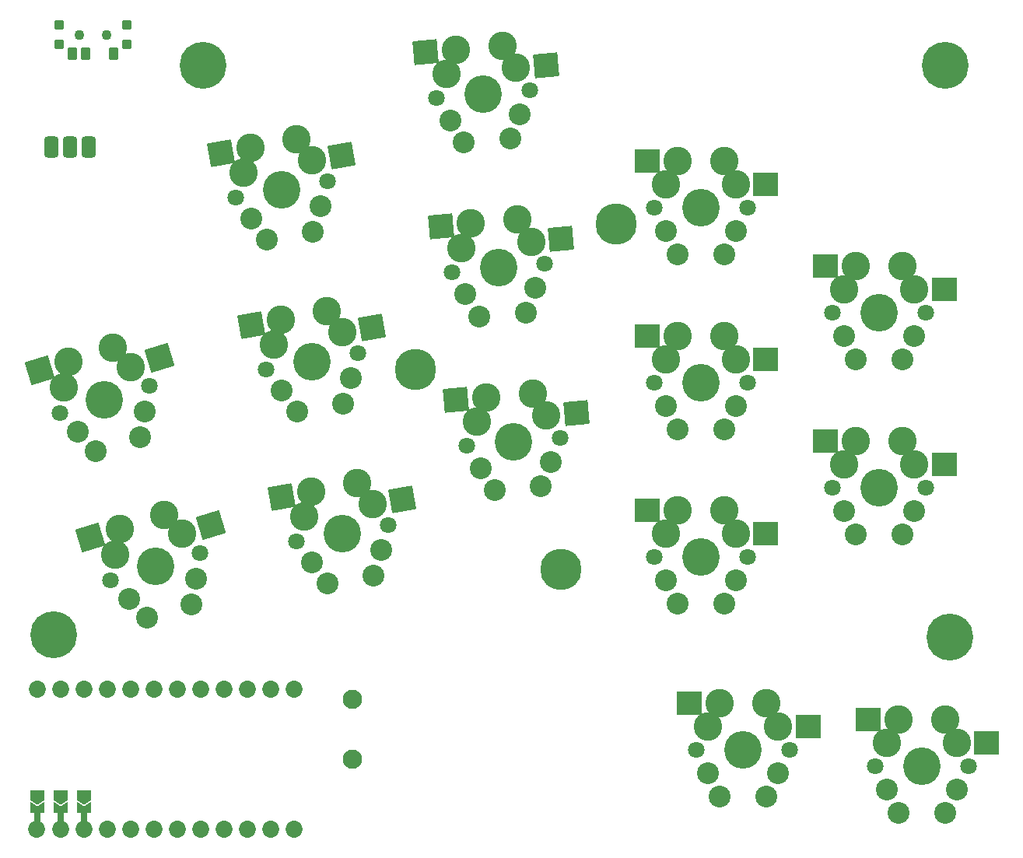
<source format=gbr>
%TF.GenerationSoftware,KiCad,Pcbnew,(6.0.7-1)-1*%
%TF.CreationDate,2022-08-15T15:56:19+02:00*%
%TF.ProjectId,wizza,77697a7a-612e-46b6-9963-61645f706362,v1.0.0*%
%TF.SameCoordinates,Original*%
%TF.FileFunction,Soldermask,Top*%
%TF.FilePolarity,Negative*%
%FSLAX46Y46*%
G04 Gerber Fmt 4.6, Leading zero omitted, Abs format (unit mm)*
G04 Created by KiCad (PCBNEW (6.0.7-1)-1) date 2022-08-15 15:56:19*
%MOMM*%
%LPD*%
G01*
G04 APERTURE LIST*
G04 Aperture macros list*
%AMRoundRect*
0 Rectangle with rounded corners*
0 $1 Rounding radius*
0 $2 $3 $4 $5 $6 $7 $8 $9 X,Y pos of 4 corners*
0 Add a 4 corners polygon primitive as box body*
4,1,4,$2,$3,$4,$5,$6,$7,$8,$9,$2,$3,0*
0 Add four circle primitives for the rounded corners*
1,1,$1+$1,$2,$3*
1,1,$1+$1,$4,$5*
1,1,$1+$1,$6,$7*
1,1,$1+$1,$8,$9*
0 Add four rect primitives between the rounded corners*
20,1,$1+$1,$2,$3,$4,$5,0*
20,1,$1+$1,$4,$5,$6,$7,0*
20,1,$1+$1,$6,$7,$8,$9,0*
20,1,$1+$1,$8,$9,$2,$3,0*%
%AMFreePoly0*
4,1,16,0.535355,0.785355,0.550000,0.750000,0.550000,-0.750000,0.535355,-0.785355,0.500000,-0.800000,-0.650000,-0.800000,-0.685355,-0.785355,-0.700000,-0.750000,-0.691603,-0.722265,-0.210093,0.000000,-0.691603,0.722265,-0.699029,0.759806,-0.677735,0.791603,-0.650000,0.800000,0.500000,0.800000,0.535355,0.785355,0.535355,0.785355,$1*%
%AMFreePoly1*
4,1,16,0.535355,0.785355,0.541603,0.777735,1.041603,0.027735,1.049029,-0.009806,1.041603,-0.027735,0.541603,-0.777735,0.509806,-0.799029,0.500000,-0.800000,-0.500000,-0.800000,-0.535355,-0.785355,-0.550000,-0.750000,-0.550000,0.750000,-0.535355,0.785355,-0.500000,0.800000,0.500000,0.800000,0.535355,0.785355,0.535355,0.785355,$1*%
G04 Aperture macros list end*
%ADD10C,4.087800*%
%ADD11C,1.801800*%
%ADD12C,3.100000*%
%ADD13RoundRect,0.050000X-1.161204X-1.356367X1.379093X-1.134120X1.161204X1.356367X-1.379093X1.134120X0*%
%ADD14C,2.386000*%
%ADD15RoundRect,0.050000X-1.038570X-1.452411X1.472690X-1.009608X1.038570X1.452411X-1.472690X1.009608X0*%
%ADD16RoundRect,0.050000X-0.250000X-0.762000X0.250000X-0.762000X0.250000X0.762000X-0.250000X0.762000X0*%
%ADD17C,1.852600*%
%ADD18FreePoly0,270.000000*%
%ADD19FreePoly1,270.000000*%
%ADD20C,4.500000*%
%ADD21RoundRect,0.050000X-0.853824X-1.568155X1.584753X-0.822607X0.853824X1.568155X-1.584753X0.822607X0*%
%ADD22C,5.100000*%
%ADD23RoundRect,0.050000X-1.275000X-1.250000X1.275000X-1.250000X1.275000X1.250000X-1.275000X1.250000X0*%
%ADD24C,1.100000*%
%ADD25RoundRect,0.425000X-0.375000X-0.750000X0.375000X-0.750000X0.375000X0.750000X-0.375000X0.750000X0*%
%ADD26C,2.100000*%
%ADD27RoundRect,0.050000X-0.450000X-0.450000X0.450000X-0.450000X0.450000X0.450000X-0.450000X0.450000X0*%
%ADD28RoundRect,0.050000X-0.450000X-0.625000X0.450000X-0.625000X0.450000X0.625000X-0.450000X0.625000X0*%
G04 APERTURE END LIST*
D10*
%TO.C,S7*%
X249090824Y-84505717D03*
D11*
X254151493Y-84062966D03*
D12*
X245073947Y-82307446D03*
D10*
X249090824Y-84505717D03*
D11*
X244030155Y-84948468D03*
D12*
X252664950Y-81643319D03*
D11*
X254151493Y-84062966D03*
D12*
X246117738Y-79666424D03*
X251178407Y-79223672D03*
D11*
X244030155Y-84948468D03*
D13*
X255927488Y-81357884D03*
D14*
X252063910Y-89345010D03*
X247003241Y-89787762D03*
X253107701Y-86703988D03*
D13*
X242828303Y-79954212D03*
D14*
X245516698Y-87368115D03*
%TD*%
D11*
%TO.C,S8*%
X242374196Y-66020769D03*
D12*
X249522448Y-60295973D03*
D10*
X247434865Y-65578018D03*
D12*
X244461779Y-60738725D03*
D10*
X247434865Y-65578018D03*
D11*
X252495534Y-65135267D03*
X242374196Y-66020769D03*
D12*
X251008991Y-62715620D03*
D11*
X252495534Y-65135267D03*
D12*
X243417988Y-63379747D03*
D13*
X254271529Y-62430185D03*
D14*
X250407951Y-70417311D03*
X245347282Y-70860063D03*
D13*
X241172344Y-61026513D03*
D14*
X243860739Y-68440416D03*
X251451742Y-67776289D03*
%TD*%
D11*
%TO.C,S4*%
X223823598Y-95570630D03*
X223823598Y-95570630D03*
D12*
X225442877Y-90126740D03*
D11*
X233829244Y-93806364D03*
X233829244Y-93806364D03*
D12*
X230445700Y-89244607D03*
X232137472Y-91525486D03*
X224633237Y-92848685D03*
D10*
X228826421Y-94688497D03*
X228826421Y-94688497D03*
D14*
X232209965Y-99250254D03*
X227207142Y-100132387D03*
D15*
X235362718Y-90956788D03*
X222191041Y-90700126D03*
D14*
X233019605Y-96528309D03*
X225515370Y-97851508D03*
%TD*%
D16*
%TO.C,MCU1*%
X203962000Y-144242523D03*
D17*
X198798254Y-145574000D03*
D16*
X198882000Y-144242523D03*
D17*
X198882000Y-130334000D03*
X201422000Y-145574000D03*
D18*
X203962000Y-143317523D03*
D17*
X203962000Y-130334000D03*
D16*
X201422000Y-144242523D03*
D17*
X201422000Y-130334000D03*
D18*
X201422000Y-143317523D03*
X198882000Y-143317523D03*
D17*
X203962000Y-145574000D03*
D19*
X198882000Y-141867523D03*
X201422000Y-141867523D03*
X203962000Y-141867523D03*
D17*
X206502000Y-145574000D03*
X209042000Y-145574000D03*
X211582000Y-145574000D03*
X214122000Y-145574000D03*
X216662000Y-145574000D03*
X219202000Y-145574000D03*
X221742000Y-145574000D03*
X224282000Y-145574000D03*
X226822000Y-145574000D03*
X206502000Y-130334000D03*
X209042000Y-130334000D03*
X211582000Y-130334000D03*
X214122000Y-130334000D03*
X216662000Y-130334000D03*
X219202000Y-130334000D03*
X221742000Y-130334000D03*
X224282000Y-130334000D03*
X226822000Y-130334000D03*
%TD*%
D20*
%TO.C,*%
X255913847Y-117348000D03*
X261874000Y-79717074D03*
X240078461Y-95552461D03*
%TD*%
D11*
%TO.C,S1*%
X216624214Y-115503593D03*
X206908158Y-118474089D03*
D12*
X214667083Y-113445891D03*
X212709952Y-111388189D03*
D11*
X216624214Y-115503593D03*
D10*
X211766186Y-116988841D03*
D12*
X207851924Y-112873437D03*
D10*
X211766186Y-116988841D03*
D11*
X206908158Y-118474089D03*
D12*
X207380041Y-115673763D03*
D21*
X217798981Y-112488373D03*
D14*
X215680448Y-121104245D03*
X210822420Y-122589493D03*
X216152331Y-118303919D03*
D21*
X204694205Y-113838848D03*
D14*
X208865289Y-120531791D03*
%TD*%
D22*
%TO.C,*%
X200660000Y-124460000D03*
%TD*%
D12*
%TO.C,S9*%
X267305601Y-113446367D03*
D10*
X271115601Y-115986367D03*
D11*
X276195601Y-115986367D03*
X266035601Y-115986367D03*
D12*
X273655601Y-110906367D03*
D11*
X266035601Y-115986367D03*
D10*
X271115601Y-115986367D03*
D12*
X268575601Y-110906367D03*
X274925601Y-113446367D03*
D11*
X276195601Y-115986367D03*
D23*
X278200601Y-113446367D03*
D14*
X273655601Y-121066367D03*
X268575601Y-121066367D03*
D23*
X265273601Y-110906367D03*
D14*
X267305601Y-118526367D03*
X274925601Y-118526367D03*
%TD*%
D11*
%TO.C,S12*%
X295595601Y-108386367D03*
X285435601Y-108386367D03*
D12*
X287975601Y-103306367D03*
X294325601Y-105846367D03*
D10*
X290515601Y-108386367D03*
D12*
X286705601Y-105846367D03*
X293055601Y-103306367D03*
D11*
X285435601Y-108386367D03*
X295595601Y-108386367D03*
D10*
X290515601Y-108386367D03*
D14*
X287975601Y-113466367D03*
X293055601Y-113466367D03*
D23*
X297600601Y-105846367D03*
D14*
X294325601Y-110926367D03*
X286705601Y-110926367D03*
D23*
X284673601Y-103306367D03*
%TD*%
D12*
%TO.C,S14*%
X271930601Y-134446367D03*
D10*
X275740601Y-136986367D03*
D11*
X270660601Y-136986367D03*
D12*
X278280601Y-131906367D03*
D11*
X270660601Y-136986367D03*
X280820601Y-136986367D03*
D12*
X279550601Y-134446367D03*
X273200601Y-131906367D03*
D11*
X280820601Y-136986367D03*
D10*
X275740601Y-136986367D03*
D14*
X278280601Y-142066367D03*
X273200601Y-142066367D03*
D23*
X282825601Y-134446367D03*
D14*
X271930601Y-139526367D03*
D23*
X269898601Y-131906367D03*
D14*
X279550601Y-139526367D03*
%TD*%
D10*
%TO.C,S3*%
X232125737Y-113399844D03*
D12*
X233745016Y-107955954D03*
D11*
X227122914Y-114281977D03*
X237128560Y-112517711D03*
D12*
X227932553Y-111560032D03*
D11*
X227122914Y-114281977D03*
D12*
X235436788Y-110236833D03*
X228742193Y-108838087D03*
D11*
X237128560Y-112517711D03*
D10*
X232125737Y-113399844D03*
D14*
X235509281Y-117961601D03*
X230506458Y-118843734D03*
D15*
X238662034Y-109668135D03*
X225490357Y-109411473D03*
D14*
X236318921Y-115239656D03*
X228814686Y-116562855D03*
%TD*%
D24*
%TO.C,T2*%
X203450615Y-59106416D03*
X206450615Y-59106416D03*
%TD*%
D22*
%TO.C,*%
X297688000Y-62484000D03*
%TD*%
%TO.C,*%
X216916000Y-62484000D03*
%TD*%
D12*
%TO.C,S6*%
X246729907Y-101235145D03*
D10*
X250746784Y-103433416D03*
D11*
X255807453Y-102990665D03*
D12*
X254320910Y-100571018D03*
X247773698Y-98594123D03*
X252834367Y-98151371D03*
D10*
X250746784Y-103433416D03*
D11*
X245686115Y-103876167D03*
X245686115Y-103876167D03*
X255807453Y-102990665D03*
D14*
X248659201Y-108715461D03*
D13*
X257583448Y-100285583D03*
D14*
X253719870Y-108272709D03*
X254763661Y-105631687D03*
D13*
X244484263Y-98881911D03*
D14*
X247172658Y-106295814D03*
%TD*%
D22*
%TO.C,*%
X298196000Y-124714000D03*
%TD*%
D12*
%TO.C,S15*%
X297680601Y-133616367D03*
X291330601Y-136156367D03*
D10*
X295140601Y-138696367D03*
D12*
X298950601Y-136156367D03*
D11*
X300220601Y-138696367D03*
X290060601Y-138696367D03*
D10*
X295140601Y-138696367D03*
D11*
X300220601Y-138696367D03*
X290060601Y-138696367D03*
D12*
X292600601Y-133616367D03*
D23*
X302225601Y-136156367D03*
D14*
X292600601Y-143776367D03*
X297680601Y-143776367D03*
X298950601Y-141236367D03*
X291330601Y-141236367D03*
D23*
X289298601Y-133616367D03*
%TD*%
D25*
%TO.C,PAD1*%
X204470000Y-71374000D03*
X202470000Y-71374000D03*
X200470000Y-71374000D03*
%TD*%
D26*
%TO.C,B1*%
X233172000Y-137954000D03*
X233172000Y-131454000D03*
%TD*%
D12*
%TO.C,S11*%
X267305601Y-75446367D03*
X268575601Y-72906367D03*
D11*
X276195601Y-77986367D03*
D12*
X274925601Y-75446367D03*
X273655601Y-72906367D03*
D10*
X271115601Y-77986367D03*
D11*
X266035601Y-77986367D03*
X266035601Y-77986367D03*
D10*
X271115601Y-77986367D03*
D11*
X276195601Y-77986367D03*
D14*
X273655601Y-83066367D03*
D23*
X278200601Y-75446367D03*
D14*
X268575601Y-83066367D03*
D23*
X265273601Y-72906367D03*
D14*
X267305601Y-80526367D03*
X274925601Y-80526367D03*
%TD*%
D12*
%TO.C,S2*%
X209112020Y-95276100D03*
D11*
X201353095Y-100304298D03*
D12*
X201824978Y-97503972D03*
X202296861Y-94703646D03*
D11*
X211069151Y-97333802D03*
X201353095Y-100304298D03*
D10*
X206211123Y-98819050D03*
D11*
X211069151Y-97333802D03*
D10*
X206211123Y-98819050D03*
D12*
X207154889Y-93218398D03*
D21*
X212243918Y-94318582D03*
D14*
X205267357Y-104419702D03*
X210125385Y-102934454D03*
X210597268Y-100134128D03*
D21*
X199139142Y-95669057D03*
D14*
X203310226Y-102362000D03*
%TD*%
D11*
%TO.C,S13*%
X295595601Y-89386367D03*
D12*
X294325601Y-86846367D03*
X286705601Y-86846367D03*
D10*
X290515601Y-89386367D03*
D12*
X293055601Y-84306367D03*
D11*
X285435601Y-89386367D03*
D12*
X287975601Y-84306367D03*
D11*
X285435601Y-89386367D03*
X295595601Y-89386367D03*
D10*
X290515601Y-89386367D03*
D14*
X287975601Y-94466367D03*
D23*
X297600601Y-86846367D03*
D14*
X293055601Y-94466367D03*
D23*
X284673601Y-84306367D03*
D14*
X294325601Y-91926367D03*
X286705601Y-91926367D03*
%TD*%
D11*
%TO.C,S5*%
X220524283Y-76859283D03*
D12*
X222143562Y-71415393D03*
D11*
X220524283Y-76859283D03*
D12*
X227146385Y-70533260D03*
D11*
X230529929Y-75095017D03*
D10*
X225527106Y-75977150D03*
D12*
X228838157Y-72814139D03*
D10*
X225527106Y-75977150D03*
D11*
X230529929Y-75095017D03*
D12*
X221333922Y-74137338D03*
D14*
X228910650Y-80538907D03*
X223907827Y-81421040D03*
D15*
X232063403Y-72245441D03*
D14*
X229720290Y-77816962D03*
X222216055Y-79140161D03*
D15*
X218891726Y-71988779D03*
%TD*%
D11*
%TO.C,S10*%
X266035601Y-96986367D03*
D12*
X274925601Y-94446367D03*
D10*
X271115601Y-96986367D03*
D11*
X266035601Y-96986367D03*
D12*
X267305601Y-94446367D03*
X273655601Y-91906367D03*
D10*
X271115601Y-96986367D03*
D12*
X268575601Y-91906367D03*
D11*
X276195601Y-96986367D03*
X276195601Y-96986367D03*
D23*
X278200601Y-94446367D03*
D14*
X268575601Y-102066367D03*
X273655601Y-102066367D03*
X267305601Y-99526367D03*
X274925601Y-99526367D03*
D23*
X265273601Y-91906367D03*
%TD*%
D27*
%TO.C,T1*%
X208650615Y-60206416D03*
X201250615Y-58006416D03*
X208650615Y-58006416D03*
X201250615Y-60206416D03*
D28*
X207200615Y-61181416D03*
X204200615Y-61181416D03*
X202700615Y-61181416D03*
%TD*%
M02*

</source>
